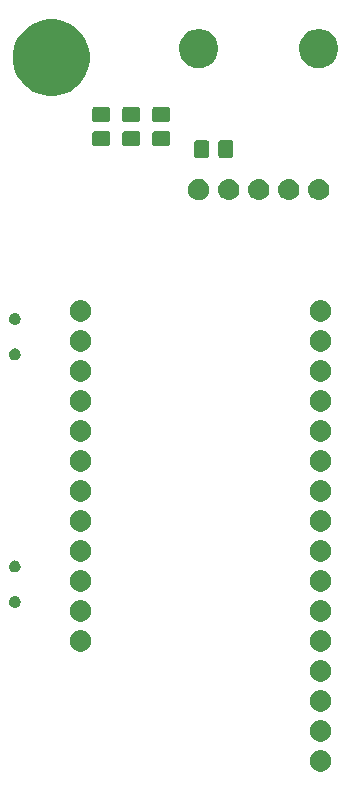
<source format=gbr>
G04 #@! TF.GenerationSoftware,KiCad,Pcbnew,(5.1.0-0)*
G04 #@! TF.CreationDate,2019-06-12T16:48:35+08:00*
G04 #@! TF.ProjectId,Palm,50616c6d-2e6b-4696-9361-645f70636258,V1.0*
G04 #@! TF.SameCoordinates,Original*
G04 #@! TF.FileFunction,Soldermask,Bot*
G04 #@! TF.FilePolarity,Negative*
%FSLAX46Y46*%
G04 Gerber Fmt 4.6, Leading zero omitted, Abs format (unit mm)*
G04 Created by KiCad (PCBNEW (5.1.0-0)) date 2019-06-12 16:48:35*
%MOMM*%
%LPD*%
G04 APERTURE LIST*
%ADD10C,0.100000*%
G04 APERTURE END LIST*
D10*
G36*
X157745912Y-114407227D02*
G01*
X157895212Y-114436924D01*
X158059184Y-114504844D01*
X158206754Y-114603447D01*
X158332253Y-114728946D01*
X158430856Y-114876516D01*
X158498776Y-115040488D01*
X158533400Y-115214559D01*
X158533400Y-115392041D01*
X158498776Y-115566112D01*
X158430856Y-115730084D01*
X158332253Y-115877654D01*
X158206754Y-116003153D01*
X158059184Y-116101756D01*
X157895212Y-116169676D01*
X157745912Y-116199373D01*
X157721142Y-116204300D01*
X157543658Y-116204300D01*
X157518888Y-116199373D01*
X157369588Y-116169676D01*
X157205616Y-116101756D01*
X157058046Y-116003153D01*
X156932547Y-115877654D01*
X156833944Y-115730084D01*
X156766024Y-115566112D01*
X156731400Y-115392041D01*
X156731400Y-115214559D01*
X156766024Y-115040488D01*
X156833944Y-114876516D01*
X156932547Y-114728946D01*
X157058046Y-114603447D01*
X157205616Y-114504844D01*
X157369588Y-114436924D01*
X157518888Y-114407227D01*
X157543658Y-114402300D01*
X157721142Y-114402300D01*
X157745912Y-114407227D01*
X157745912Y-114407227D01*
G37*
G36*
X157745912Y-111867227D02*
G01*
X157895212Y-111896924D01*
X158059184Y-111964844D01*
X158206754Y-112063447D01*
X158332253Y-112188946D01*
X158430856Y-112336516D01*
X158498776Y-112500488D01*
X158533400Y-112674559D01*
X158533400Y-112852041D01*
X158498776Y-113026112D01*
X158430856Y-113190084D01*
X158332253Y-113337654D01*
X158206754Y-113463153D01*
X158059184Y-113561756D01*
X157895212Y-113629676D01*
X157745912Y-113659373D01*
X157721142Y-113664300D01*
X157543658Y-113664300D01*
X157518888Y-113659373D01*
X157369588Y-113629676D01*
X157205616Y-113561756D01*
X157058046Y-113463153D01*
X156932547Y-113337654D01*
X156833944Y-113190084D01*
X156766024Y-113026112D01*
X156731400Y-112852041D01*
X156731400Y-112674559D01*
X156766024Y-112500488D01*
X156833944Y-112336516D01*
X156932547Y-112188946D01*
X157058046Y-112063447D01*
X157205616Y-111964844D01*
X157369588Y-111896924D01*
X157518888Y-111867227D01*
X157543658Y-111862300D01*
X157721142Y-111862300D01*
X157745912Y-111867227D01*
X157745912Y-111867227D01*
G37*
G36*
X157745912Y-109327227D02*
G01*
X157895212Y-109356924D01*
X158059184Y-109424844D01*
X158206754Y-109523447D01*
X158332253Y-109648946D01*
X158430856Y-109796516D01*
X158498776Y-109960488D01*
X158533400Y-110134559D01*
X158533400Y-110312041D01*
X158498776Y-110486112D01*
X158430856Y-110650084D01*
X158332253Y-110797654D01*
X158206754Y-110923153D01*
X158059184Y-111021756D01*
X157895212Y-111089676D01*
X157745912Y-111119373D01*
X157721142Y-111124300D01*
X157543658Y-111124300D01*
X157518888Y-111119373D01*
X157369588Y-111089676D01*
X157205616Y-111021756D01*
X157058046Y-110923153D01*
X156932547Y-110797654D01*
X156833944Y-110650084D01*
X156766024Y-110486112D01*
X156731400Y-110312041D01*
X156731400Y-110134559D01*
X156766024Y-109960488D01*
X156833944Y-109796516D01*
X156932547Y-109648946D01*
X157058046Y-109523447D01*
X157205616Y-109424844D01*
X157369588Y-109356924D01*
X157518888Y-109327227D01*
X157543658Y-109322300D01*
X157721142Y-109322300D01*
X157745912Y-109327227D01*
X157745912Y-109327227D01*
G37*
G36*
X157745912Y-106787227D02*
G01*
X157895212Y-106816924D01*
X158059184Y-106884844D01*
X158206754Y-106983447D01*
X158332253Y-107108946D01*
X158430856Y-107256516D01*
X158498776Y-107420488D01*
X158533400Y-107594559D01*
X158533400Y-107772041D01*
X158498776Y-107946112D01*
X158430856Y-108110084D01*
X158332253Y-108257654D01*
X158206754Y-108383153D01*
X158059184Y-108481756D01*
X157895212Y-108549676D01*
X157745912Y-108579373D01*
X157721142Y-108584300D01*
X157543658Y-108584300D01*
X157518888Y-108579373D01*
X157369588Y-108549676D01*
X157205616Y-108481756D01*
X157058046Y-108383153D01*
X156932547Y-108257654D01*
X156833944Y-108110084D01*
X156766024Y-107946112D01*
X156731400Y-107772041D01*
X156731400Y-107594559D01*
X156766024Y-107420488D01*
X156833944Y-107256516D01*
X156932547Y-107108946D01*
X157058046Y-106983447D01*
X157205616Y-106884844D01*
X157369588Y-106816924D01*
X157518888Y-106787227D01*
X157543658Y-106782300D01*
X157721142Y-106782300D01*
X157745912Y-106787227D01*
X157745912Y-106787227D01*
G37*
G36*
X137425912Y-104247227D02*
G01*
X137575212Y-104276924D01*
X137739184Y-104344844D01*
X137886754Y-104443447D01*
X138012253Y-104568946D01*
X138110856Y-104716516D01*
X138178776Y-104880488D01*
X138213400Y-105054559D01*
X138213400Y-105232041D01*
X138178776Y-105406112D01*
X138110856Y-105570084D01*
X138012253Y-105717654D01*
X137886754Y-105843153D01*
X137739184Y-105941756D01*
X137575212Y-106009676D01*
X137425912Y-106039373D01*
X137401142Y-106044300D01*
X137223658Y-106044300D01*
X137198888Y-106039373D01*
X137049588Y-106009676D01*
X136885616Y-105941756D01*
X136738046Y-105843153D01*
X136612547Y-105717654D01*
X136513944Y-105570084D01*
X136446024Y-105406112D01*
X136411400Y-105232041D01*
X136411400Y-105054559D01*
X136446024Y-104880488D01*
X136513944Y-104716516D01*
X136612547Y-104568946D01*
X136738046Y-104443447D01*
X136885616Y-104344844D01*
X137049588Y-104276924D01*
X137198888Y-104247227D01*
X137223658Y-104242300D01*
X137401142Y-104242300D01*
X137425912Y-104247227D01*
X137425912Y-104247227D01*
G37*
G36*
X157745912Y-104247227D02*
G01*
X157895212Y-104276924D01*
X158059184Y-104344844D01*
X158206754Y-104443447D01*
X158332253Y-104568946D01*
X158430856Y-104716516D01*
X158498776Y-104880488D01*
X158533400Y-105054559D01*
X158533400Y-105232041D01*
X158498776Y-105406112D01*
X158430856Y-105570084D01*
X158332253Y-105717654D01*
X158206754Y-105843153D01*
X158059184Y-105941756D01*
X157895212Y-106009676D01*
X157745912Y-106039373D01*
X157721142Y-106044300D01*
X157543658Y-106044300D01*
X157518888Y-106039373D01*
X157369588Y-106009676D01*
X157205616Y-105941756D01*
X157058046Y-105843153D01*
X156932547Y-105717654D01*
X156833944Y-105570084D01*
X156766024Y-105406112D01*
X156731400Y-105232041D01*
X156731400Y-105054559D01*
X156766024Y-104880488D01*
X156833944Y-104716516D01*
X156932547Y-104568946D01*
X157058046Y-104443447D01*
X157205616Y-104344844D01*
X157369588Y-104276924D01*
X157518888Y-104247227D01*
X157543658Y-104242300D01*
X157721142Y-104242300D01*
X157745912Y-104247227D01*
X157745912Y-104247227D01*
G37*
G36*
X137425912Y-101707227D02*
G01*
X137575212Y-101736924D01*
X137739184Y-101804844D01*
X137886754Y-101903447D01*
X138012253Y-102028946D01*
X138110856Y-102176516D01*
X138178776Y-102340488D01*
X138213400Y-102514559D01*
X138213400Y-102692041D01*
X138178776Y-102866112D01*
X138110856Y-103030084D01*
X138012253Y-103177654D01*
X137886754Y-103303153D01*
X137739184Y-103401756D01*
X137575212Y-103469676D01*
X137425912Y-103499373D01*
X137401142Y-103504300D01*
X137223658Y-103504300D01*
X137198888Y-103499373D01*
X137049588Y-103469676D01*
X136885616Y-103401756D01*
X136738046Y-103303153D01*
X136612547Y-103177654D01*
X136513944Y-103030084D01*
X136446024Y-102866112D01*
X136411400Y-102692041D01*
X136411400Y-102514559D01*
X136446024Y-102340488D01*
X136513944Y-102176516D01*
X136612547Y-102028946D01*
X136738046Y-101903447D01*
X136885616Y-101804844D01*
X137049588Y-101736924D01*
X137198888Y-101707227D01*
X137223658Y-101702300D01*
X137401142Y-101702300D01*
X137425912Y-101707227D01*
X137425912Y-101707227D01*
G37*
G36*
X157745912Y-101707227D02*
G01*
X157895212Y-101736924D01*
X158059184Y-101804844D01*
X158206754Y-101903447D01*
X158332253Y-102028946D01*
X158430856Y-102176516D01*
X158498776Y-102340488D01*
X158533400Y-102514559D01*
X158533400Y-102692041D01*
X158498776Y-102866112D01*
X158430856Y-103030084D01*
X158332253Y-103177654D01*
X158206754Y-103303153D01*
X158059184Y-103401756D01*
X157895212Y-103469676D01*
X157745912Y-103499373D01*
X157721142Y-103504300D01*
X157543658Y-103504300D01*
X157518888Y-103499373D01*
X157369588Y-103469676D01*
X157205616Y-103401756D01*
X157058046Y-103303153D01*
X156932547Y-103177654D01*
X156833944Y-103030084D01*
X156766024Y-102866112D01*
X156731400Y-102692041D01*
X156731400Y-102514559D01*
X156766024Y-102340488D01*
X156833944Y-102176516D01*
X156932547Y-102028946D01*
X157058046Y-101903447D01*
X157205616Y-101804844D01*
X157369588Y-101736924D01*
X157518888Y-101707227D01*
X157543658Y-101702300D01*
X157721142Y-101702300D01*
X157745912Y-101707227D01*
X157745912Y-101707227D01*
G37*
G36*
X131847740Y-101338626D02*
G01*
X131896136Y-101348253D01*
X131933902Y-101363896D01*
X131987311Y-101386019D01*
X131987312Y-101386020D01*
X132069369Y-101440848D01*
X132139152Y-101510631D01*
X132139153Y-101510633D01*
X132193981Y-101592689D01*
X132231747Y-101683865D01*
X132251000Y-101780655D01*
X132251000Y-101879345D01*
X132231747Y-101976135D01*
X132193981Y-102067311D01*
X132193980Y-102067312D01*
X132139152Y-102149369D01*
X132069369Y-102219152D01*
X132028062Y-102246752D01*
X131987311Y-102273981D01*
X131933902Y-102296104D01*
X131896136Y-102311747D01*
X131847740Y-102321373D01*
X131799345Y-102331000D01*
X131700655Y-102331000D01*
X131652260Y-102321374D01*
X131603864Y-102311747D01*
X131566098Y-102296104D01*
X131512689Y-102273981D01*
X131471938Y-102246752D01*
X131430631Y-102219152D01*
X131360848Y-102149369D01*
X131306020Y-102067312D01*
X131306019Y-102067311D01*
X131268253Y-101976135D01*
X131249000Y-101879345D01*
X131249000Y-101780655D01*
X131268253Y-101683865D01*
X131306019Y-101592689D01*
X131360847Y-101510633D01*
X131360848Y-101510631D01*
X131430631Y-101440848D01*
X131512688Y-101386020D01*
X131512689Y-101386019D01*
X131566098Y-101363896D01*
X131603864Y-101348253D01*
X131652260Y-101338627D01*
X131700655Y-101329000D01*
X131799345Y-101329000D01*
X131847740Y-101338626D01*
X131847740Y-101338626D01*
G37*
G36*
X157745912Y-99167227D02*
G01*
X157895212Y-99196924D01*
X158059184Y-99264844D01*
X158206754Y-99363447D01*
X158332253Y-99488946D01*
X158430856Y-99636516D01*
X158498776Y-99800488D01*
X158533400Y-99974559D01*
X158533400Y-100152041D01*
X158498776Y-100326112D01*
X158430856Y-100490084D01*
X158332253Y-100637654D01*
X158206754Y-100763153D01*
X158059184Y-100861756D01*
X157895212Y-100929676D01*
X157745912Y-100959373D01*
X157721142Y-100964300D01*
X157543658Y-100964300D01*
X157518888Y-100959373D01*
X157369588Y-100929676D01*
X157205616Y-100861756D01*
X157058046Y-100763153D01*
X156932547Y-100637654D01*
X156833944Y-100490084D01*
X156766024Y-100326112D01*
X156731400Y-100152041D01*
X156731400Y-99974559D01*
X156766024Y-99800488D01*
X156833944Y-99636516D01*
X156932547Y-99488946D01*
X157058046Y-99363447D01*
X157205616Y-99264844D01*
X157369588Y-99196924D01*
X157518888Y-99167227D01*
X157543658Y-99162300D01*
X157721142Y-99162300D01*
X157745912Y-99167227D01*
X157745912Y-99167227D01*
G37*
G36*
X137425912Y-99167227D02*
G01*
X137575212Y-99196924D01*
X137739184Y-99264844D01*
X137886754Y-99363447D01*
X138012253Y-99488946D01*
X138110856Y-99636516D01*
X138178776Y-99800488D01*
X138213400Y-99974559D01*
X138213400Y-100152041D01*
X138178776Y-100326112D01*
X138110856Y-100490084D01*
X138012253Y-100637654D01*
X137886754Y-100763153D01*
X137739184Y-100861756D01*
X137575212Y-100929676D01*
X137425912Y-100959373D01*
X137401142Y-100964300D01*
X137223658Y-100964300D01*
X137198888Y-100959373D01*
X137049588Y-100929676D01*
X136885616Y-100861756D01*
X136738046Y-100763153D01*
X136612547Y-100637654D01*
X136513944Y-100490084D01*
X136446024Y-100326112D01*
X136411400Y-100152041D01*
X136411400Y-99974559D01*
X136446024Y-99800488D01*
X136513944Y-99636516D01*
X136612547Y-99488946D01*
X136738046Y-99363447D01*
X136885616Y-99264844D01*
X137049588Y-99196924D01*
X137198888Y-99167227D01*
X137223658Y-99162300D01*
X137401142Y-99162300D01*
X137425912Y-99167227D01*
X137425912Y-99167227D01*
G37*
G36*
X131847740Y-98338626D02*
G01*
X131896136Y-98348253D01*
X131933902Y-98363896D01*
X131987311Y-98386019D01*
X131992784Y-98389676D01*
X132069369Y-98440848D01*
X132139152Y-98510631D01*
X132139153Y-98510633D01*
X132193981Y-98592689D01*
X132231747Y-98683865D01*
X132251000Y-98780655D01*
X132251000Y-98879345D01*
X132231747Y-98976135D01*
X132193981Y-99067311D01*
X132193980Y-99067312D01*
X132139152Y-99149369D01*
X132069369Y-99219152D01*
X132028062Y-99246752D01*
X131987311Y-99273981D01*
X131933902Y-99296104D01*
X131896136Y-99311747D01*
X131847740Y-99321373D01*
X131799345Y-99331000D01*
X131700655Y-99331000D01*
X131652260Y-99321373D01*
X131603864Y-99311747D01*
X131566098Y-99296104D01*
X131512689Y-99273981D01*
X131471938Y-99246752D01*
X131430631Y-99219152D01*
X131360848Y-99149369D01*
X131306020Y-99067312D01*
X131306019Y-99067311D01*
X131268253Y-98976135D01*
X131249000Y-98879345D01*
X131249000Y-98780655D01*
X131268253Y-98683865D01*
X131306019Y-98592689D01*
X131360847Y-98510633D01*
X131360848Y-98510631D01*
X131430631Y-98440848D01*
X131507216Y-98389676D01*
X131512689Y-98386019D01*
X131566098Y-98363896D01*
X131603864Y-98348253D01*
X131652260Y-98338627D01*
X131700655Y-98329000D01*
X131799345Y-98329000D01*
X131847740Y-98338626D01*
X131847740Y-98338626D01*
G37*
G36*
X157745912Y-96627227D02*
G01*
X157895212Y-96656924D01*
X158059184Y-96724844D01*
X158206754Y-96823447D01*
X158332253Y-96948946D01*
X158430856Y-97096516D01*
X158498776Y-97260488D01*
X158533400Y-97434559D01*
X158533400Y-97612041D01*
X158498776Y-97786112D01*
X158430856Y-97950084D01*
X158332253Y-98097654D01*
X158206754Y-98223153D01*
X158059184Y-98321756D01*
X157895212Y-98389676D01*
X157745912Y-98419373D01*
X157721142Y-98424300D01*
X157543658Y-98424300D01*
X157518888Y-98419373D01*
X157369588Y-98389676D01*
X157205616Y-98321756D01*
X157058046Y-98223153D01*
X156932547Y-98097654D01*
X156833944Y-97950084D01*
X156766024Y-97786112D01*
X156731400Y-97612041D01*
X156731400Y-97434559D01*
X156766024Y-97260488D01*
X156833944Y-97096516D01*
X156932547Y-96948946D01*
X157058046Y-96823447D01*
X157205616Y-96724844D01*
X157369588Y-96656924D01*
X157518888Y-96627227D01*
X157543658Y-96622300D01*
X157721142Y-96622300D01*
X157745912Y-96627227D01*
X157745912Y-96627227D01*
G37*
G36*
X137425912Y-96627227D02*
G01*
X137575212Y-96656924D01*
X137739184Y-96724844D01*
X137886754Y-96823447D01*
X138012253Y-96948946D01*
X138110856Y-97096516D01*
X138178776Y-97260488D01*
X138213400Y-97434559D01*
X138213400Y-97612041D01*
X138178776Y-97786112D01*
X138110856Y-97950084D01*
X138012253Y-98097654D01*
X137886754Y-98223153D01*
X137739184Y-98321756D01*
X137575212Y-98389676D01*
X137425912Y-98419373D01*
X137401142Y-98424300D01*
X137223658Y-98424300D01*
X137198888Y-98419373D01*
X137049588Y-98389676D01*
X136885616Y-98321756D01*
X136738046Y-98223153D01*
X136612547Y-98097654D01*
X136513944Y-97950084D01*
X136446024Y-97786112D01*
X136411400Y-97612041D01*
X136411400Y-97434559D01*
X136446024Y-97260488D01*
X136513944Y-97096516D01*
X136612547Y-96948946D01*
X136738046Y-96823447D01*
X136885616Y-96724844D01*
X137049588Y-96656924D01*
X137198888Y-96627227D01*
X137223658Y-96622300D01*
X137401142Y-96622300D01*
X137425912Y-96627227D01*
X137425912Y-96627227D01*
G37*
G36*
X157745912Y-94087227D02*
G01*
X157895212Y-94116924D01*
X158059184Y-94184844D01*
X158206754Y-94283447D01*
X158332253Y-94408946D01*
X158430856Y-94556516D01*
X158498776Y-94720488D01*
X158533400Y-94894559D01*
X158533400Y-95072041D01*
X158498776Y-95246112D01*
X158430856Y-95410084D01*
X158332253Y-95557654D01*
X158206754Y-95683153D01*
X158059184Y-95781756D01*
X157895212Y-95849676D01*
X157745912Y-95879373D01*
X157721142Y-95884300D01*
X157543658Y-95884300D01*
X157518888Y-95879373D01*
X157369588Y-95849676D01*
X157205616Y-95781756D01*
X157058046Y-95683153D01*
X156932547Y-95557654D01*
X156833944Y-95410084D01*
X156766024Y-95246112D01*
X156731400Y-95072041D01*
X156731400Y-94894559D01*
X156766024Y-94720488D01*
X156833944Y-94556516D01*
X156932547Y-94408946D01*
X157058046Y-94283447D01*
X157205616Y-94184844D01*
X157369588Y-94116924D01*
X157518888Y-94087227D01*
X157543658Y-94082300D01*
X157721142Y-94082300D01*
X157745912Y-94087227D01*
X157745912Y-94087227D01*
G37*
G36*
X137425912Y-94087227D02*
G01*
X137575212Y-94116924D01*
X137739184Y-94184844D01*
X137886754Y-94283447D01*
X138012253Y-94408946D01*
X138110856Y-94556516D01*
X138178776Y-94720488D01*
X138213400Y-94894559D01*
X138213400Y-95072041D01*
X138178776Y-95246112D01*
X138110856Y-95410084D01*
X138012253Y-95557654D01*
X137886754Y-95683153D01*
X137739184Y-95781756D01*
X137575212Y-95849676D01*
X137425912Y-95879373D01*
X137401142Y-95884300D01*
X137223658Y-95884300D01*
X137198888Y-95879373D01*
X137049588Y-95849676D01*
X136885616Y-95781756D01*
X136738046Y-95683153D01*
X136612547Y-95557654D01*
X136513944Y-95410084D01*
X136446024Y-95246112D01*
X136411400Y-95072041D01*
X136411400Y-94894559D01*
X136446024Y-94720488D01*
X136513944Y-94556516D01*
X136612547Y-94408946D01*
X136738046Y-94283447D01*
X136885616Y-94184844D01*
X137049588Y-94116924D01*
X137198888Y-94087227D01*
X137223658Y-94082300D01*
X137401142Y-94082300D01*
X137425912Y-94087227D01*
X137425912Y-94087227D01*
G37*
G36*
X157745912Y-91547227D02*
G01*
X157895212Y-91576924D01*
X158059184Y-91644844D01*
X158206754Y-91743447D01*
X158332253Y-91868946D01*
X158430856Y-92016516D01*
X158498776Y-92180488D01*
X158533400Y-92354559D01*
X158533400Y-92532041D01*
X158498776Y-92706112D01*
X158430856Y-92870084D01*
X158332253Y-93017654D01*
X158206754Y-93143153D01*
X158059184Y-93241756D01*
X157895212Y-93309676D01*
X157745912Y-93339373D01*
X157721142Y-93344300D01*
X157543658Y-93344300D01*
X157518888Y-93339373D01*
X157369588Y-93309676D01*
X157205616Y-93241756D01*
X157058046Y-93143153D01*
X156932547Y-93017654D01*
X156833944Y-92870084D01*
X156766024Y-92706112D01*
X156731400Y-92532041D01*
X156731400Y-92354559D01*
X156766024Y-92180488D01*
X156833944Y-92016516D01*
X156932547Y-91868946D01*
X157058046Y-91743447D01*
X157205616Y-91644844D01*
X157369588Y-91576924D01*
X157518888Y-91547227D01*
X157543658Y-91542300D01*
X157721142Y-91542300D01*
X157745912Y-91547227D01*
X157745912Y-91547227D01*
G37*
G36*
X137425912Y-91547227D02*
G01*
X137575212Y-91576924D01*
X137739184Y-91644844D01*
X137886754Y-91743447D01*
X138012253Y-91868946D01*
X138110856Y-92016516D01*
X138178776Y-92180488D01*
X138213400Y-92354559D01*
X138213400Y-92532041D01*
X138178776Y-92706112D01*
X138110856Y-92870084D01*
X138012253Y-93017654D01*
X137886754Y-93143153D01*
X137739184Y-93241756D01*
X137575212Y-93309676D01*
X137425912Y-93339373D01*
X137401142Y-93344300D01*
X137223658Y-93344300D01*
X137198888Y-93339373D01*
X137049588Y-93309676D01*
X136885616Y-93241756D01*
X136738046Y-93143153D01*
X136612547Y-93017654D01*
X136513944Y-92870084D01*
X136446024Y-92706112D01*
X136411400Y-92532041D01*
X136411400Y-92354559D01*
X136446024Y-92180488D01*
X136513944Y-92016516D01*
X136612547Y-91868946D01*
X136738046Y-91743447D01*
X136885616Y-91644844D01*
X137049588Y-91576924D01*
X137198888Y-91547227D01*
X137223658Y-91542300D01*
X137401142Y-91542300D01*
X137425912Y-91547227D01*
X137425912Y-91547227D01*
G37*
G36*
X137425912Y-89007227D02*
G01*
X137575212Y-89036924D01*
X137739184Y-89104844D01*
X137886754Y-89203447D01*
X138012253Y-89328946D01*
X138110856Y-89476516D01*
X138178776Y-89640488D01*
X138213400Y-89814559D01*
X138213400Y-89992041D01*
X138178776Y-90166112D01*
X138110856Y-90330084D01*
X138012253Y-90477654D01*
X137886754Y-90603153D01*
X137739184Y-90701756D01*
X137575212Y-90769676D01*
X137425912Y-90799373D01*
X137401142Y-90804300D01*
X137223658Y-90804300D01*
X137198888Y-90799373D01*
X137049588Y-90769676D01*
X136885616Y-90701756D01*
X136738046Y-90603153D01*
X136612547Y-90477654D01*
X136513944Y-90330084D01*
X136446024Y-90166112D01*
X136411400Y-89992041D01*
X136411400Y-89814559D01*
X136446024Y-89640488D01*
X136513944Y-89476516D01*
X136612547Y-89328946D01*
X136738046Y-89203447D01*
X136885616Y-89104844D01*
X137049588Y-89036924D01*
X137198888Y-89007227D01*
X137223658Y-89002300D01*
X137401142Y-89002300D01*
X137425912Y-89007227D01*
X137425912Y-89007227D01*
G37*
G36*
X157745912Y-89007227D02*
G01*
X157895212Y-89036924D01*
X158059184Y-89104844D01*
X158206754Y-89203447D01*
X158332253Y-89328946D01*
X158430856Y-89476516D01*
X158498776Y-89640488D01*
X158533400Y-89814559D01*
X158533400Y-89992041D01*
X158498776Y-90166112D01*
X158430856Y-90330084D01*
X158332253Y-90477654D01*
X158206754Y-90603153D01*
X158059184Y-90701756D01*
X157895212Y-90769676D01*
X157745912Y-90799373D01*
X157721142Y-90804300D01*
X157543658Y-90804300D01*
X157518888Y-90799373D01*
X157369588Y-90769676D01*
X157205616Y-90701756D01*
X157058046Y-90603153D01*
X156932547Y-90477654D01*
X156833944Y-90330084D01*
X156766024Y-90166112D01*
X156731400Y-89992041D01*
X156731400Y-89814559D01*
X156766024Y-89640488D01*
X156833944Y-89476516D01*
X156932547Y-89328946D01*
X157058046Y-89203447D01*
X157205616Y-89104844D01*
X157369588Y-89036924D01*
X157518888Y-89007227D01*
X157543658Y-89002300D01*
X157721142Y-89002300D01*
X157745912Y-89007227D01*
X157745912Y-89007227D01*
G37*
G36*
X137425912Y-86467227D02*
G01*
X137575212Y-86496924D01*
X137739184Y-86564844D01*
X137886754Y-86663447D01*
X138012253Y-86788946D01*
X138110856Y-86936516D01*
X138178776Y-87100488D01*
X138213400Y-87274559D01*
X138213400Y-87452041D01*
X138178776Y-87626112D01*
X138110856Y-87790084D01*
X138012253Y-87937654D01*
X137886754Y-88063153D01*
X137739184Y-88161756D01*
X137575212Y-88229676D01*
X137425912Y-88259373D01*
X137401142Y-88264300D01*
X137223658Y-88264300D01*
X137198888Y-88259373D01*
X137049588Y-88229676D01*
X136885616Y-88161756D01*
X136738046Y-88063153D01*
X136612547Y-87937654D01*
X136513944Y-87790084D01*
X136446024Y-87626112D01*
X136411400Y-87452041D01*
X136411400Y-87274559D01*
X136446024Y-87100488D01*
X136513944Y-86936516D01*
X136612547Y-86788946D01*
X136738046Y-86663447D01*
X136885616Y-86564844D01*
X137049588Y-86496924D01*
X137198888Y-86467227D01*
X137223658Y-86462300D01*
X137401142Y-86462300D01*
X137425912Y-86467227D01*
X137425912Y-86467227D01*
G37*
G36*
X157745912Y-86467227D02*
G01*
X157895212Y-86496924D01*
X158059184Y-86564844D01*
X158206754Y-86663447D01*
X158332253Y-86788946D01*
X158430856Y-86936516D01*
X158498776Y-87100488D01*
X158533400Y-87274559D01*
X158533400Y-87452041D01*
X158498776Y-87626112D01*
X158430856Y-87790084D01*
X158332253Y-87937654D01*
X158206754Y-88063153D01*
X158059184Y-88161756D01*
X157895212Y-88229676D01*
X157745912Y-88259373D01*
X157721142Y-88264300D01*
X157543658Y-88264300D01*
X157518888Y-88259373D01*
X157369588Y-88229676D01*
X157205616Y-88161756D01*
X157058046Y-88063153D01*
X156932547Y-87937654D01*
X156833944Y-87790084D01*
X156766024Y-87626112D01*
X156731400Y-87452041D01*
X156731400Y-87274559D01*
X156766024Y-87100488D01*
X156833944Y-86936516D01*
X156932547Y-86788946D01*
X157058046Y-86663447D01*
X157205616Y-86564844D01*
X157369588Y-86496924D01*
X157518888Y-86467227D01*
X157543658Y-86462300D01*
X157721142Y-86462300D01*
X157745912Y-86467227D01*
X157745912Y-86467227D01*
G37*
G36*
X157745912Y-83927227D02*
G01*
X157895212Y-83956924D01*
X158059184Y-84024844D01*
X158206754Y-84123447D01*
X158332253Y-84248946D01*
X158430856Y-84396516D01*
X158498776Y-84560488D01*
X158533400Y-84734559D01*
X158533400Y-84912041D01*
X158498776Y-85086112D01*
X158430856Y-85250084D01*
X158332253Y-85397654D01*
X158206754Y-85523153D01*
X158059184Y-85621756D01*
X157895212Y-85689676D01*
X157745912Y-85719373D01*
X157721142Y-85724300D01*
X157543658Y-85724300D01*
X157518888Y-85719373D01*
X157369588Y-85689676D01*
X157205616Y-85621756D01*
X157058046Y-85523153D01*
X156932547Y-85397654D01*
X156833944Y-85250084D01*
X156766024Y-85086112D01*
X156731400Y-84912041D01*
X156731400Y-84734559D01*
X156766024Y-84560488D01*
X156833944Y-84396516D01*
X156932547Y-84248946D01*
X157058046Y-84123447D01*
X157205616Y-84024844D01*
X157369588Y-83956924D01*
X157518888Y-83927227D01*
X157543658Y-83922300D01*
X157721142Y-83922300D01*
X157745912Y-83927227D01*
X157745912Y-83927227D01*
G37*
G36*
X137425912Y-83927227D02*
G01*
X137575212Y-83956924D01*
X137739184Y-84024844D01*
X137886754Y-84123447D01*
X138012253Y-84248946D01*
X138110856Y-84396516D01*
X138178776Y-84560488D01*
X138213400Y-84734559D01*
X138213400Y-84912041D01*
X138178776Y-85086112D01*
X138110856Y-85250084D01*
X138012253Y-85397654D01*
X137886754Y-85523153D01*
X137739184Y-85621756D01*
X137575212Y-85689676D01*
X137425912Y-85719373D01*
X137401142Y-85724300D01*
X137223658Y-85724300D01*
X137198888Y-85719373D01*
X137049588Y-85689676D01*
X136885616Y-85621756D01*
X136738046Y-85523153D01*
X136612547Y-85397654D01*
X136513944Y-85250084D01*
X136446024Y-85086112D01*
X136411400Y-84912041D01*
X136411400Y-84734559D01*
X136446024Y-84560488D01*
X136513944Y-84396516D01*
X136612547Y-84248946D01*
X136738046Y-84123447D01*
X136885616Y-84024844D01*
X137049588Y-83956924D01*
X137198888Y-83927227D01*
X137223658Y-83922300D01*
X137401142Y-83922300D01*
X137425912Y-83927227D01*
X137425912Y-83927227D01*
G37*
G36*
X157745912Y-81387227D02*
G01*
X157895212Y-81416924D01*
X158059184Y-81484844D01*
X158206754Y-81583447D01*
X158332253Y-81708946D01*
X158430856Y-81856516D01*
X158498776Y-82020488D01*
X158533400Y-82194559D01*
X158533400Y-82372041D01*
X158498776Y-82546112D01*
X158430856Y-82710084D01*
X158332253Y-82857654D01*
X158206754Y-82983153D01*
X158059184Y-83081756D01*
X157895212Y-83149676D01*
X157745912Y-83179373D01*
X157721142Y-83184300D01*
X157543658Y-83184300D01*
X157518888Y-83179373D01*
X157369588Y-83149676D01*
X157205616Y-83081756D01*
X157058046Y-82983153D01*
X156932547Y-82857654D01*
X156833944Y-82710084D01*
X156766024Y-82546112D01*
X156731400Y-82372041D01*
X156731400Y-82194559D01*
X156766024Y-82020488D01*
X156833944Y-81856516D01*
X156932547Y-81708946D01*
X157058046Y-81583447D01*
X157205616Y-81484844D01*
X157369588Y-81416924D01*
X157518888Y-81387227D01*
X157543658Y-81382300D01*
X157721142Y-81382300D01*
X157745912Y-81387227D01*
X157745912Y-81387227D01*
G37*
G36*
X137425912Y-81387227D02*
G01*
X137575212Y-81416924D01*
X137739184Y-81484844D01*
X137886754Y-81583447D01*
X138012253Y-81708946D01*
X138110856Y-81856516D01*
X138178776Y-82020488D01*
X138213400Y-82194559D01*
X138213400Y-82372041D01*
X138178776Y-82546112D01*
X138110856Y-82710084D01*
X138012253Y-82857654D01*
X137886754Y-82983153D01*
X137739184Y-83081756D01*
X137575212Y-83149676D01*
X137425912Y-83179373D01*
X137401142Y-83184300D01*
X137223658Y-83184300D01*
X137198888Y-83179373D01*
X137049588Y-83149676D01*
X136885616Y-83081756D01*
X136738046Y-82983153D01*
X136612547Y-82857654D01*
X136513944Y-82710084D01*
X136446024Y-82546112D01*
X136411400Y-82372041D01*
X136411400Y-82194559D01*
X136446024Y-82020488D01*
X136513944Y-81856516D01*
X136612547Y-81708946D01*
X136738046Y-81583447D01*
X136885616Y-81484844D01*
X137049588Y-81416924D01*
X137198888Y-81387227D01*
X137223658Y-81382300D01*
X137401142Y-81382300D01*
X137425912Y-81387227D01*
X137425912Y-81387227D01*
G37*
G36*
X131847740Y-80383626D02*
G01*
X131896136Y-80393253D01*
X131933902Y-80408896D01*
X131987311Y-80431019D01*
X131987312Y-80431020D01*
X132069369Y-80485848D01*
X132139152Y-80555631D01*
X132139153Y-80555633D01*
X132193981Y-80637689D01*
X132231747Y-80728865D01*
X132251000Y-80825655D01*
X132251000Y-80924345D01*
X132231747Y-81021135D01*
X132193981Y-81112311D01*
X132193980Y-81112312D01*
X132139152Y-81194369D01*
X132069369Y-81264152D01*
X132028062Y-81291752D01*
X131987311Y-81318981D01*
X131933902Y-81341104D01*
X131896136Y-81356747D01*
X131847740Y-81366374D01*
X131799345Y-81376000D01*
X131700655Y-81376000D01*
X131652260Y-81366374D01*
X131603864Y-81356747D01*
X131566098Y-81341104D01*
X131512689Y-81318981D01*
X131471938Y-81291752D01*
X131430631Y-81264152D01*
X131360848Y-81194369D01*
X131306020Y-81112312D01*
X131306019Y-81112311D01*
X131268253Y-81021135D01*
X131249000Y-80924345D01*
X131249000Y-80825655D01*
X131268253Y-80728865D01*
X131306019Y-80637689D01*
X131360847Y-80555633D01*
X131360848Y-80555631D01*
X131430631Y-80485848D01*
X131512688Y-80431020D01*
X131512689Y-80431019D01*
X131566098Y-80408896D01*
X131603864Y-80393253D01*
X131652260Y-80383626D01*
X131700655Y-80374000D01*
X131799345Y-80374000D01*
X131847740Y-80383626D01*
X131847740Y-80383626D01*
G37*
G36*
X157745912Y-78847227D02*
G01*
X157895212Y-78876924D01*
X158059184Y-78944844D01*
X158206754Y-79043447D01*
X158332253Y-79168946D01*
X158430856Y-79316516D01*
X158498776Y-79480488D01*
X158533400Y-79654559D01*
X158533400Y-79832041D01*
X158498776Y-80006112D01*
X158430856Y-80170084D01*
X158332253Y-80317654D01*
X158206754Y-80443153D01*
X158059184Y-80541756D01*
X157895212Y-80609676D01*
X157745912Y-80639373D01*
X157721142Y-80644300D01*
X157543658Y-80644300D01*
X157518888Y-80639373D01*
X157369588Y-80609676D01*
X157205616Y-80541756D01*
X157058046Y-80443153D01*
X156932547Y-80317654D01*
X156833944Y-80170084D01*
X156766024Y-80006112D01*
X156731400Y-79832041D01*
X156731400Y-79654559D01*
X156766024Y-79480488D01*
X156833944Y-79316516D01*
X156932547Y-79168946D01*
X157058046Y-79043447D01*
X157205616Y-78944844D01*
X157369588Y-78876924D01*
X157518888Y-78847227D01*
X157543658Y-78842300D01*
X157721142Y-78842300D01*
X157745912Y-78847227D01*
X157745912Y-78847227D01*
G37*
G36*
X137425912Y-78847227D02*
G01*
X137575212Y-78876924D01*
X137739184Y-78944844D01*
X137886754Y-79043447D01*
X138012253Y-79168946D01*
X138110856Y-79316516D01*
X138178776Y-79480488D01*
X138213400Y-79654559D01*
X138213400Y-79832041D01*
X138178776Y-80006112D01*
X138110856Y-80170084D01*
X138012253Y-80317654D01*
X137886754Y-80443153D01*
X137739184Y-80541756D01*
X137575212Y-80609676D01*
X137425912Y-80639373D01*
X137401142Y-80644300D01*
X137223658Y-80644300D01*
X137198888Y-80639373D01*
X137049588Y-80609676D01*
X136885616Y-80541756D01*
X136738046Y-80443153D01*
X136612547Y-80317654D01*
X136513944Y-80170084D01*
X136446024Y-80006112D01*
X136411400Y-79832041D01*
X136411400Y-79654559D01*
X136446024Y-79480488D01*
X136513944Y-79316516D01*
X136612547Y-79168946D01*
X136738046Y-79043447D01*
X136885616Y-78944844D01*
X137049588Y-78876924D01*
X137198888Y-78847227D01*
X137223658Y-78842300D01*
X137401142Y-78842300D01*
X137425912Y-78847227D01*
X137425912Y-78847227D01*
G37*
G36*
X131847740Y-77383626D02*
G01*
X131896136Y-77393253D01*
X131933902Y-77408896D01*
X131987311Y-77431019D01*
X131987312Y-77431020D01*
X132069369Y-77485848D01*
X132139152Y-77555631D01*
X132139153Y-77555633D01*
X132193981Y-77637689D01*
X132231747Y-77728865D01*
X132251000Y-77825655D01*
X132251000Y-77924345D01*
X132231747Y-78021135D01*
X132193981Y-78112311D01*
X132193980Y-78112312D01*
X132139152Y-78194369D01*
X132069369Y-78264152D01*
X132028062Y-78291752D01*
X131987311Y-78318981D01*
X131933902Y-78341104D01*
X131896136Y-78356747D01*
X131847740Y-78366374D01*
X131799345Y-78376000D01*
X131700655Y-78376000D01*
X131652260Y-78366374D01*
X131603864Y-78356747D01*
X131566098Y-78341104D01*
X131512689Y-78318981D01*
X131471938Y-78291752D01*
X131430631Y-78264152D01*
X131360848Y-78194369D01*
X131306020Y-78112312D01*
X131306019Y-78112311D01*
X131268253Y-78021135D01*
X131249000Y-77924345D01*
X131249000Y-77825655D01*
X131268253Y-77728865D01*
X131306019Y-77637689D01*
X131360847Y-77555633D01*
X131360848Y-77555631D01*
X131430631Y-77485848D01*
X131512688Y-77431020D01*
X131512689Y-77431019D01*
X131566098Y-77408896D01*
X131603864Y-77393253D01*
X131652260Y-77383626D01*
X131700655Y-77374000D01*
X131799345Y-77374000D01*
X131847740Y-77383626D01*
X131847740Y-77383626D01*
G37*
G36*
X157745912Y-76307227D02*
G01*
X157895212Y-76336924D01*
X158059184Y-76404844D01*
X158206754Y-76503447D01*
X158332253Y-76628946D01*
X158430856Y-76776516D01*
X158498776Y-76940488D01*
X158533400Y-77114559D01*
X158533400Y-77292041D01*
X158498776Y-77466112D01*
X158430856Y-77630084D01*
X158332253Y-77777654D01*
X158206754Y-77903153D01*
X158059184Y-78001756D01*
X157895212Y-78069676D01*
X157745912Y-78099373D01*
X157721142Y-78104300D01*
X157543658Y-78104300D01*
X157518888Y-78099373D01*
X157369588Y-78069676D01*
X157205616Y-78001756D01*
X157058046Y-77903153D01*
X156932547Y-77777654D01*
X156833944Y-77630084D01*
X156766024Y-77466112D01*
X156731400Y-77292041D01*
X156731400Y-77114559D01*
X156766024Y-76940488D01*
X156833944Y-76776516D01*
X156932547Y-76628946D01*
X157058046Y-76503447D01*
X157205616Y-76404844D01*
X157369588Y-76336924D01*
X157518888Y-76307227D01*
X157543658Y-76302300D01*
X157721142Y-76302300D01*
X157745912Y-76307227D01*
X157745912Y-76307227D01*
G37*
G36*
X137425912Y-76307227D02*
G01*
X137575212Y-76336924D01*
X137739184Y-76404844D01*
X137886754Y-76503447D01*
X138012253Y-76628946D01*
X138110856Y-76776516D01*
X138178776Y-76940488D01*
X138213400Y-77114559D01*
X138213400Y-77292041D01*
X138178776Y-77466112D01*
X138110856Y-77630084D01*
X138012253Y-77777654D01*
X137886754Y-77903153D01*
X137739184Y-78001756D01*
X137575212Y-78069676D01*
X137425912Y-78099373D01*
X137401142Y-78104300D01*
X137223658Y-78104300D01*
X137198888Y-78099373D01*
X137049588Y-78069676D01*
X136885616Y-78001756D01*
X136738046Y-77903153D01*
X136612547Y-77777654D01*
X136513944Y-77630084D01*
X136446024Y-77466112D01*
X136411400Y-77292041D01*
X136411400Y-77114559D01*
X136446024Y-76940488D01*
X136513944Y-76776516D01*
X136612547Y-76628946D01*
X136738046Y-76503447D01*
X136885616Y-76404844D01*
X137049588Y-76336924D01*
X137198888Y-76307227D01*
X137223658Y-76302300D01*
X137401142Y-76302300D01*
X137425912Y-76307227D01*
X137425912Y-76307227D01*
G37*
G36*
X157590442Y-66034518D02*
G01*
X157656627Y-66041037D01*
X157826466Y-66092557D01*
X157982991Y-66176222D01*
X158018729Y-66205552D01*
X158120186Y-66288814D01*
X158203448Y-66390271D01*
X158232778Y-66426009D01*
X158316443Y-66582534D01*
X158367963Y-66752373D01*
X158385359Y-66929000D01*
X158367963Y-67105627D01*
X158316443Y-67275466D01*
X158232778Y-67431991D01*
X158203448Y-67467729D01*
X158120186Y-67569186D01*
X158047480Y-67628853D01*
X157982991Y-67681778D01*
X157826466Y-67765443D01*
X157656627Y-67816963D01*
X157590442Y-67823482D01*
X157524260Y-67830000D01*
X157435740Y-67830000D01*
X157369558Y-67823482D01*
X157303373Y-67816963D01*
X157133534Y-67765443D01*
X156977009Y-67681778D01*
X156912520Y-67628853D01*
X156839814Y-67569186D01*
X156756552Y-67467729D01*
X156727222Y-67431991D01*
X156643557Y-67275466D01*
X156592037Y-67105627D01*
X156574641Y-66929000D01*
X156592037Y-66752373D01*
X156643557Y-66582534D01*
X156727222Y-66426009D01*
X156756552Y-66390271D01*
X156839814Y-66288814D01*
X156941271Y-66205552D01*
X156977009Y-66176222D01*
X157133534Y-66092557D01*
X157303373Y-66041037D01*
X157369558Y-66034518D01*
X157435740Y-66028000D01*
X157524260Y-66028000D01*
X157590442Y-66034518D01*
X157590442Y-66034518D01*
G37*
G36*
X155050442Y-66034518D02*
G01*
X155116627Y-66041037D01*
X155286466Y-66092557D01*
X155442991Y-66176222D01*
X155478729Y-66205552D01*
X155580186Y-66288814D01*
X155663448Y-66390271D01*
X155692778Y-66426009D01*
X155776443Y-66582534D01*
X155827963Y-66752373D01*
X155845359Y-66929000D01*
X155827963Y-67105627D01*
X155776443Y-67275466D01*
X155692778Y-67431991D01*
X155663448Y-67467729D01*
X155580186Y-67569186D01*
X155507480Y-67628853D01*
X155442991Y-67681778D01*
X155286466Y-67765443D01*
X155116627Y-67816963D01*
X155050442Y-67823482D01*
X154984260Y-67830000D01*
X154895740Y-67830000D01*
X154829558Y-67823482D01*
X154763373Y-67816963D01*
X154593534Y-67765443D01*
X154437009Y-67681778D01*
X154372520Y-67628853D01*
X154299814Y-67569186D01*
X154216552Y-67467729D01*
X154187222Y-67431991D01*
X154103557Y-67275466D01*
X154052037Y-67105627D01*
X154034641Y-66929000D01*
X154052037Y-66752373D01*
X154103557Y-66582534D01*
X154187222Y-66426009D01*
X154216552Y-66390271D01*
X154299814Y-66288814D01*
X154401271Y-66205552D01*
X154437009Y-66176222D01*
X154593534Y-66092557D01*
X154763373Y-66041037D01*
X154829558Y-66034518D01*
X154895740Y-66028000D01*
X154984260Y-66028000D01*
X155050442Y-66034518D01*
X155050442Y-66034518D01*
G37*
G36*
X147433512Y-66032927D02*
G01*
X147582812Y-66062624D01*
X147746784Y-66130544D01*
X147894354Y-66229147D01*
X148019853Y-66354646D01*
X148118456Y-66502216D01*
X148186376Y-66666188D01*
X148221000Y-66840259D01*
X148221000Y-67017741D01*
X148186376Y-67191812D01*
X148118456Y-67355784D01*
X148019853Y-67503354D01*
X147894354Y-67628853D01*
X147746784Y-67727456D01*
X147582812Y-67795376D01*
X147433512Y-67825073D01*
X147408742Y-67830000D01*
X147231258Y-67830000D01*
X147206488Y-67825073D01*
X147057188Y-67795376D01*
X146893216Y-67727456D01*
X146745646Y-67628853D01*
X146620147Y-67503354D01*
X146521544Y-67355784D01*
X146453624Y-67191812D01*
X146419000Y-67017741D01*
X146419000Y-66840259D01*
X146453624Y-66666188D01*
X146521544Y-66502216D01*
X146620147Y-66354646D01*
X146745646Y-66229147D01*
X146893216Y-66130544D01*
X147057188Y-66062624D01*
X147206488Y-66032927D01*
X147231258Y-66028000D01*
X147408742Y-66028000D01*
X147433512Y-66032927D01*
X147433512Y-66032927D01*
G37*
G36*
X149970442Y-66034518D02*
G01*
X150036627Y-66041037D01*
X150206466Y-66092557D01*
X150362991Y-66176222D01*
X150398729Y-66205552D01*
X150500186Y-66288814D01*
X150583448Y-66390271D01*
X150612778Y-66426009D01*
X150696443Y-66582534D01*
X150747963Y-66752373D01*
X150765359Y-66929000D01*
X150747963Y-67105627D01*
X150696443Y-67275466D01*
X150612778Y-67431991D01*
X150583448Y-67467729D01*
X150500186Y-67569186D01*
X150427480Y-67628853D01*
X150362991Y-67681778D01*
X150206466Y-67765443D01*
X150036627Y-67816963D01*
X149970442Y-67823482D01*
X149904260Y-67830000D01*
X149815740Y-67830000D01*
X149749558Y-67823482D01*
X149683373Y-67816963D01*
X149513534Y-67765443D01*
X149357009Y-67681778D01*
X149292520Y-67628853D01*
X149219814Y-67569186D01*
X149136552Y-67467729D01*
X149107222Y-67431991D01*
X149023557Y-67275466D01*
X148972037Y-67105627D01*
X148954641Y-66929000D01*
X148972037Y-66752373D01*
X149023557Y-66582534D01*
X149107222Y-66426009D01*
X149136552Y-66390271D01*
X149219814Y-66288814D01*
X149321271Y-66205552D01*
X149357009Y-66176222D01*
X149513534Y-66092557D01*
X149683373Y-66041037D01*
X149749558Y-66034518D01*
X149815740Y-66028000D01*
X149904260Y-66028000D01*
X149970442Y-66034518D01*
X149970442Y-66034518D01*
G37*
G36*
X152510442Y-66034518D02*
G01*
X152576627Y-66041037D01*
X152746466Y-66092557D01*
X152902991Y-66176222D01*
X152938729Y-66205552D01*
X153040186Y-66288814D01*
X153123448Y-66390271D01*
X153152778Y-66426009D01*
X153236443Y-66582534D01*
X153287963Y-66752373D01*
X153305359Y-66929000D01*
X153287963Y-67105627D01*
X153236443Y-67275466D01*
X153152778Y-67431991D01*
X153123448Y-67467729D01*
X153040186Y-67569186D01*
X152967480Y-67628853D01*
X152902991Y-67681778D01*
X152746466Y-67765443D01*
X152576627Y-67816963D01*
X152510442Y-67823482D01*
X152444260Y-67830000D01*
X152355740Y-67830000D01*
X152289558Y-67823482D01*
X152223373Y-67816963D01*
X152053534Y-67765443D01*
X151897009Y-67681778D01*
X151832520Y-67628853D01*
X151759814Y-67569186D01*
X151676552Y-67467729D01*
X151647222Y-67431991D01*
X151563557Y-67275466D01*
X151512037Y-67105627D01*
X151494641Y-66929000D01*
X151512037Y-66752373D01*
X151563557Y-66582534D01*
X151647222Y-66426009D01*
X151676552Y-66390271D01*
X151759814Y-66288814D01*
X151861271Y-66205552D01*
X151897009Y-66176222D01*
X152053534Y-66092557D01*
X152223373Y-66041037D01*
X152289558Y-66034518D01*
X152355740Y-66028000D01*
X152444260Y-66028000D01*
X152510442Y-66034518D01*
X152510442Y-66034518D01*
G37*
G36*
X150078674Y-62753465D02*
G01*
X150116367Y-62764899D01*
X150151103Y-62783466D01*
X150181548Y-62808452D01*
X150206534Y-62838897D01*
X150225101Y-62873633D01*
X150236535Y-62911326D01*
X150241000Y-62956661D01*
X150241000Y-64043339D01*
X150236535Y-64088674D01*
X150225101Y-64126367D01*
X150206534Y-64161103D01*
X150181548Y-64191548D01*
X150151103Y-64216534D01*
X150116367Y-64235101D01*
X150078674Y-64246535D01*
X150033339Y-64251000D01*
X149196661Y-64251000D01*
X149151326Y-64246535D01*
X149113633Y-64235101D01*
X149078897Y-64216534D01*
X149048452Y-64191548D01*
X149023466Y-64161103D01*
X149004899Y-64126367D01*
X148993465Y-64088674D01*
X148989000Y-64043339D01*
X148989000Y-62956661D01*
X148993465Y-62911326D01*
X149004899Y-62873633D01*
X149023466Y-62838897D01*
X149048452Y-62808452D01*
X149078897Y-62783466D01*
X149113633Y-62764899D01*
X149151326Y-62753465D01*
X149196661Y-62749000D01*
X150033339Y-62749000D01*
X150078674Y-62753465D01*
X150078674Y-62753465D01*
G37*
G36*
X148028674Y-62753465D02*
G01*
X148066367Y-62764899D01*
X148101103Y-62783466D01*
X148131548Y-62808452D01*
X148156534Y-62838897D01*
X148175101Y-62873633D01*
X148186535Y-62911326D01*
X148191000Y-62956661D01*
X148191000Y-64043339D01*
X148186535Y-64088674D01*
X148175101Y-64126367D01*
X148156534Y-64161103D01*
X148131548Y-64191548D01*
X148101103Y-64216534D01*
X148066367Y-64235101D01*
X148028674Y-64246535D01*
X147983339Y-64251000D01*
X147146661Y-64251000D01*
X147101326Y-64246535D01*
X147063633Y-64235101D01*
X147028897Y-64216534D01*
X146998452Y-64191548D01*
X146973466Y-64161103D01*
X146954899Y-64126367D01*
X146943465Y-64088674D01*
X146939000Y-64043339D01*
X146939000Y-62956661D01*
X146943465Y-62911326D01*
X146954899Y-62873633D01*
X146973466Y-62838897D01*
X146998452Y-62808452D01*
X147028897Y-62783466D01*
X147063633Y-62764899D01*
X147101326Y-62753465D01*
X147146661Y-62749000D01*
X147983339Y-62749000D01*
X148028674Y-62753465D01*
X148028674Y-62753465D01*
G37*
G36*
X139653674Y-61998465D02*
G01*
X139691367Y-62009899D01*
X139726103Y-62028466D01*
X139756548Y-62053452D01*
X139781534Y-62083897D01*
X139800101Y-62118633D01*
X139811535Y-62156326D01*
X139816000Y-62201661D01*
X139816000Y-63038339D01*
X139811535Y-63083674D01*
X139800101Y-63121367D01*
X139781534Y-63156103D01*
X139756548Y-63186548D01*
X139726103Y-63211534D01*
X139691367Y-63230101D01*
X139653674Y-63241535D01*
X139608339Y-63246000D01*
X138521661Y-63246000D01*
X138476326Y-63241535D01*
X138438633Y-63230101D01*
X138403897Y-63211534D01*
X138373452Y-63186548D01*
X138348466Y-63156103D01*
X138329899Y-63121367D01*
X138318465Y-63083674D01*
X138314000Y-63038339D01*
X138314000Y-62201661D01*
X138318465Y-62156326D01*
X138329899Y-62118633D01*
X138348466Y-62083897D01*
X138373452Y-62053452D01*
X138403897Y-62028466D01*
X138438633Y-62009899D01*
X138476326Y-61998465D01*
X138521661Y-61994000D01*
X139608339Y-61994000D01*
X139653674Y-61998465D01*
X139653674Y-61998465D01*
G37*
G36*
X142193674Y-61998465D02*
G01*
X142231367Y-62009899D01*
X142266103Y-62028466D01*
X142296548Y-62053452D01*
X142321534Y-62083897D01*
X142340101Y-62118633D01*
X142351535Y-62156326D01*
X142356000Y-62201661D01*
X142356000Y-63038339D01*
X142351535Y-63083674D01*
X142340101Y-63121367D01*
X142321534Y-63156103D01*
X142296548Y-63186548D01*
X142266103Y-63211534D01*
X142231367Y-63230101D01*
X142193674Y-63241535D01*
X142148339Y-63246000D01*
X141061661Y-63246000D01*
X141016326Y-63241535D01*
X140978633Y-63230101D01*
X140943897Y-63211534D01*
X140913452Y-63186548D01*
X140888466Y-63156103D01*
X140869899Y-63121367D01*
X140858465Y-63083674D01*
X140854000Y-63038339D01*
X140854000Y-62201661D01*
X140858465Y-62156326D01*
X140869899Y-62118633D01*
X140888466Y-62083897D01*
X140913452Y-62053452D01*
X140943897Y-62028466D01*
X140978633Y-62009899D01*
X141016326Y-61998465D01*
X141061661Y-61994000D01*
X142148339Y-61994000D01*
X142193674Y-61998465D01*
X142193674Y-61998465D01*
G37*
G36*
X144733674Y-61998465D02*
G01*
X144771367Y-62009899D01*
X144806103Y-62028466D01*
X144836548Y-62053452D01*
X144861534Y-62083897D01*
X144880101Y-62118633D01*
X144891535Y-62156326D01*
X144896000Y-62201661D01*
X144896000Y-63038339D01*
X144891535Y-63083674D01*
X144880101Y-63121367D01*
X144861534Y-63156103D01*
X144836548Y-63186548D01*
X144806103Y-63211534D01*
X144771367Y-63230101D01*
X144733674Y-63241535D01*
X144688339Y-63246000D01*
X143601661Y-63246000D01*
X143556326Y-63241535D01*
X143518633Y-63230101D01*
X143483897Y-63211534D01*
X143453452Y-63186548D01*
X143428466Y-63156103D01*
X143409899Y-63121367D01*
X143398465Y-63083674D01*
X143394000Y-63038339D01*
X143394000Y-62201661D01*
X143398465Y-62156326D01*
X143409899Y-62118633D01*
X143428466Y-62083897D01*
X143453452Y-62053452D01*
X143483897Y-62028466D01*
X143518633Y-62009899D01*
X143556326Y-61998465D01*
X143601661Y-61994000D01*
X144688339Y-61994000D01*
X144733674Y-61998465D01*
X144733674Y-61998465D01*
G37*
G36*
X139653674Y-59948465D02*
G01*
X139691367Y-59959899D01*
X139726103Y-59978466D01*
X139756548Y-60003452D01*
X139781534Y-60033897D01*
X139800101Y-60068633D01*
X139811535Y-60106326D01*
X139816000Y-60151661D01*
X139816000Y-60988339D01*
X139811535Y-61033674D01*
X139800101Y-61071367D01*
X139781534Y-61106103D01*
X139756548Y-61136548D01*
X139726103Y-61161534D01*
X139691367Y-61180101D01*
X139653674Y-61191535D01*
X139608339Y-61196000D01*
X138521661Y-61196000D01*
X138476326Y-61191535D01*
X138438633Y-61180101D01*
X138403897Y-61161534D01*
X138373452Y-61136548D01*
X138348466Y-61106103D01*
X138329899Y-61071367D01*
X138318465Y-61033674D01*
X138314000Y-60988339D01*
X138314000Y-60151661D01*
X138318465Y-60106326D01*
X138329899Y-60068633D01*
X138348466Y-60033897D01*
X138373452Y-60003452D01*
X138403897Y-59978466D01*
X138438633Y-59959899D01*
X138476326Y-59948465D01*
X138521661Y-59944000D01*
X139608339Y-59944000D01*
X139653674Y-59948465D01*
X139653674Y-59948465D01*
G37*
G36*
X142193674Y-59948465D02*
G01*
X142231367Y-59959899D01*
X142266103Y-59978466D01*
X142296548Y-60003452D01*
X142321534Y-60033897D01*
X142340101Y-60068633D01*
X142351535Y-60106326D01*
X142356000Y-60151661D01*
X142356000Y-60988339D01*
X142351535Y-61033674D01*
X142340101Y-61071367D01*
X142321534Y-61106103D01*
X142296548Y-61136548D01*
X142266103Y-61161534D01*
X142231367Y-61180101D01*
X142193674Y-61191535D01*
X142148339Y-61196000D01*
X141061661Y-61196000D01*
X141016326Y-61191535D01*
X140978633Y-61180101D01*
X140943897Y-61161534D01*
X140913452Y-61136548D01*
X140888466Y-61106103D01*
X140869899Y-61071367D01*
X140858465Y-61033674D01*
X140854000Y-60988339D01*
X140854000Y-60151661D01*
X140858465Y-60106326D01*
X140869899Y-60068633D01*
X140888466Y-60033897D01*
X140913452Y-60003452D01*
X140943897Y-59978466D01*
X140978633Y-59959899D01*
X141016326Y-59948465D01*
X141061661Y-59944000D01*
X142148339Y-59944000D01*
X142193674Y-59948465D01*
X142193674Y-59948465D01*
G37*
G36*
X144733674Y-59948465D02*
G01*
X144771367Y-59959899D01*
X144806103Y-59978466D01*
X144836548Y-60003452D01*
X144861534Y-60033897D01*
X144880101Y-60068633D01*
X144891535Y-60106326D01*
X144896000Y-60151661D01*
X144896000Y-60988339D01*
X144891535Y-61033674D01*
X144880101Y-61071367D01*
X144861534Y-61106103D01*
X144836548Y-61136548D01*
X144806103Y-61161534D01*
X144771367Y-61180101D01*
X144733674Y-61191535D01*
X144688339Y-61196000D01*
X143601661Y-61196000D01*
X143556326Y-61191535D01*
X143518633Y-61180101D01*
X143483897Y-61161534D01*
X143453452Y-61136548D01*
X143428466Y-61106103D01*
X143409899Y-61071367D01*
X143398465Y-61033674D01*
X143394000Y-60988339D01*
X143394000Y-60151661D01*
X143398465Y-60106326D01*
X143409899Y-60068633D01*
X143428466Y-60033897D01*
X143453452Y-60003452D01*
X143483897Y-59978466D01*
X143518633Y-59959899D01*
X143556326Y-59948465D01*
X143601661Y-59944000D01*
X144688339Y-59944000D01*
X144733674Y-59948465D01*
X144733674Y-59948465D01*
G37*
G36*
X135482839Y-52564467D02*
G01*
X135796882Y-52626934D01*
X136388526Y-52872001D01*
X136920992Y-53227784D01*
X137373816Y-53680608D01*
X137729599Y-54213074D01*
X137974666Y-54804718D01*
X138099600Y-55432804D01*
X138099600Y-56073196D01*
X137974666Y-56701282D01*
X137729599Y-57292926D01*
X137373816Y-57825392D01*
X136920992Y-58278216D01*
X136388526Y-58633999D01*
X135796882Y-58879066D01*
X135482839Y-58941533D01*
X135168797Y-59004000D01*
X134528403Y-59004000D01*
X134214361Y-58941533D01*
X133900318Y-58879066D01*
X133308674Y-58633999D01*
X132776208Y-58278216D01*
X132323384Y-57825392D01*
X131967601Y-57292926D01*
X131722534Y-56701282D01*
X131597600Y-56073196D01*
X131597600Y-55432804D01*
X131722534Y-54804718D01*
X131967601Y-54213074D01*
X132323384Y-53680608D01*
X132776208Y-53227784D01*
X133308674Y-52872001D01*
X133900318Y-52626934D01*
X134214361Y-52564467D01*
X134528403Y-52502000D01*
X135168797Y-52502000D01*
X135482839Y-52564467D01*
X135482839Y-52564467D01*
G37*
G36*
X147695256Y-53382298D02*
G01*
X147801579Y-53403447D01*
X148102042Y-53527903D01*
X148372451Y-53708585D01*
X148602415Y-53938549D01*
X148602416Y-53938551D01*
X148783098Y-54208960D01*
X148907553Y-54509422D01*
X148966292Y-54804719D01*
X148971000Y-54828391D01*
X148971000Y-55153609D01*
X148907553Y-55472579D01*
X148783097Y-55773042D01*
X148602415Y-56043451D01*
X148372451Y-56273415D01*
X148102042Y-56454097D01*
X147801579Y-56578553D01*
X147695256Y-56599702D01*
X147482611Y-56642000D01*
X147157389Y-56642000D01*
X146944744Y-56599702D01*
X146838421Y-56578553D01*
X146537958Y-56454097D01*
X146267549Y-56273415D01*
X146037585Y-56043451D01*
X145856903Y-55773042D01*
X145732447Y-55472579D01*
X145669000Y-55153609D01*
X145669000Y-54828391D01*
X145673709Y-54804719D01*
X145732447Y-54509422D01*
X145856902Y-54208960D01*
X146037584Y-53938551D01*
X146037585Y-53938549D01*
X146267549Y-53708585D01*
X146537958Y-53527903D01*
X146838421Y-53403447D01*
X146944744Y-53382298D01*
X147157389Y-53340000D01*
X147482611Y-53340000D01*
X147695256Y-53382298D01*
X147695256Y-53382298D01*
G37*
G36*
X157855256Y-53382298D02*
G01*
X157961579Y-53403447D01*
X158262042Y-53527903D01*
X158532451Y-53708585D01*
X158762415Y-53938549D01*
X158762416Y-53938551D01*
X158943098Y-54208960D01*
X159067553Y-54509422D01*
X159126292Y-54804719D01*
X159131000Y-54828391D01*
X159131000Y-55153609D01*
X159067553Y-55472579D01*
X158943097Y-55773042D01*
X158762415Y-56043451D01*
X158532451Y-56273415D01*
X158262042Y-56454097D01*
X157961579Y-56578553D01*
X157855256Y-56599702D01*
X157642611Y-56642000D01*
X157317389Y-56642000D01*
X157104744Y-56599702D01*
X156998421Y-56578553D01*
X156697958Y-56454097D01*
X156427549Y-56273415D01*
X156197585Y-56043451D01*
X156016903Y-55773042D01*
X155892447Y-55472579D01*
X155829000Y-55153609D01*
X155829000Y-54828391D01*
X155833709Y-54804719D01*
X155892447Y-54509422D01*
X156016902Y-54208960D01*
X156197584Y-53938551D01*
X156197585Y-53938549D01*
X156427549Y-53708585D01*
X156697958Y-53527903D01*
X156998421Y-53403447D01*
X157104744Y-53382298D01*
X157317389Y-53340000D01*
X157642611Y-53340000D01*
X157855256Y-53382298D01*
X157855256Y-53382298D01*
G37*
M02*

</source>
